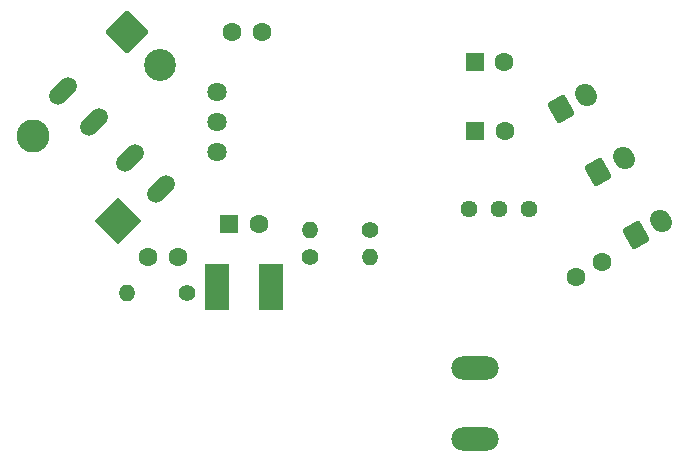
<source format=gbr>
G04 #@! TF.GenerationSoftware,KiCad,Pcbnew,(6.0.5)*
G04 #@! TF.CreationDate,2022-07-03T21:23:33+09:00*
G04 #@! TF.ProjectId,psu_board,7073755f-626f-4617-9264-2e6b69636164,rev?*
G04 #@! TF.SameCoordinates,Original*
G04 #@! TF.FileFunction,Soldermask,Bot*
G04 #@! TF.FilePolarity,Negative*
%FSLAX46Y46*%
G04 Gerber Fmt 4.6, Leading zero omitted, Abs format (unit mm)*
G04 Created by KiCad (PCBNEW (6.0.5)) date 2022-07-03 21:23:33*
%MOMM*%
%LPD*%
G01*
G04 APERTURE LIST*
G04 Aperture macros list*
%AMRoundRect*
0 Rectangle with rounded corners*
0 $1 Rounding radius*
0 $2 $3 $4 $5 $6 $7 $8 $9 X,Y pos of 4 corners*
0 Add a 4 corners polygon primitive as box body*
4,1,4,$2,$3,$4,$5,$6,$7,$8,$9,$2,$3,0*
0 Add four circle primitives for the rounded corners*
1,1,$1+$1,$2,$3*
1,1,$1+$1,$4,$5*
1,1,$1+$1,$6,$7*
1,1,$1+$1,$8,$9*
0 Add four rect primitives between the rounded corners*
20,1,$1+$1,$2,$3,$4,$5,0*
20,1,$1+$1,$4,$5,$6,$7,0*
20,1,$1+$1,$6,$7,$8,$9,0*
20,1,$1+$1,$8,$9,$2,$3,0*%
%AMHorizOval*
0 Thick line with rounded ends*
0 $1 width*
0 $2 $3 position (X,Y) of the first rounded end (center of the circle)*
0 $4 $5 position (X,Y) of the second rounded end (center of the circle)*
0 Add line between two ends*
20,1,$1,$2,$3,$4,$5,0*
0 Add two circle primitives to create the rounded ends*
1,1,$1,$2,$3*
1,1,$1,$4,$5*%
%AMRotRect*
0 Rectangle, with rotation*
0 The origin of the aperture is its center*
0 $1 length*
0 $2 width*
0 $3 Rotation angle, in degrees counterclockwise*
0 Add horizontal line*
21,1,$1,$2,0,0,$3*%
G04 Aperture macros list end*
%ADD10HorizOval,1.500000X-0.424264X-0.424264X0.424264X0.424264X0*%
%ADD11RotRect,2.800000X2.800000X135.000000*%
%ADD12HorizOval,2.800000X0.000000X0.000000X0.000000X0.000000X0*%
%ADD13C,1.400000*%
%ADD14O,1.400000X1.400000*%
%ADD15R,1.600000X1.600000*%
%ADD16C,1.600000*%
%ADD17RoundRect,0.250000X-0.144615X-0.949519X0.894615X-0.349519X0.144615X0.949519X-0.894615X0.349519X0*%
%ADD18HorizOval,1.700000X-0.075000X0.129904X0.075000X-0.129904X0*%
%ADD19O,4.000000X2.000000*%
%ADD20RoundRect,0.250001X-1.555634X0.000000X0.000000X-1.555634X1.555634X0.000000X0.000000X1.555634X0*%
%ADD21C,2.700000*%
%ADD22R,2.000000X4.000000*%
%ADD23C,1.440000*%
%ADD24C,1.635000*%
G04 APERTURE END LIST*
D10*
X125476000Y-97536000D03*
X122859705Y-94919705D03*
X131132854Y-103192854D03*
X128516559Y-100576559D03*
D11*
X127508000Y-105918000D03*
D12*
X120323795Y-98733795D03*
D13*
X148844000Y-106680000D03*
D14*
X143764000Y-106680000D03*
D15*
X157734000Y-92456000D03*
D16*
X160234000Y-92456000D03*
D17*
X165024969Y-96436337D03*
D18*
X167190033Y-95186337D03*
D13*
X133350000Y-112014000D03*
D14*
X128270000Y-112014000D03*
D19*
X157734000Y-118364000D03*
X157734000Y-124364000D03*
D13*
X143764000Y-108966000D03*
D14*
X148844000Y-108966000D03*
D20*
X128270000Y-89916000D03*
D21*
X131070143Y-92716143D03*
D15*
X157774000Y-98298000D03*
D16*
X160274000Y-98298000D03*
D22*
X135890000Y-111506000D03*
X140462000Y-111506000D03*
D17*
X168199969Y-101770337D03*
D18*
X170365033Y-100520337D03*
D15*
X136946000Y-106172000D03*
D16*
X139446000Y-106172000D03*
X132588000Y-108966000D03*
X130088000Y-108966000D03*
D17*
X171374969Y-107104337D03*
D18*
X173540033Y-105854337D03*
D23*
X162306000Y-104902000D03*
X159766000Y-104902000D03*
X157226000Y-104902000D03*
D24*
X135890000Y-100076000D03*
X135890000Y-97536000D03*
X135890000Y-94996000D03*
D16*
X139700000Y-89916000D03*
X137200000Y-89916000D03*
X166303469Y-110607000D03*
X168468533Y-109357000D03*
M02*

</source>
